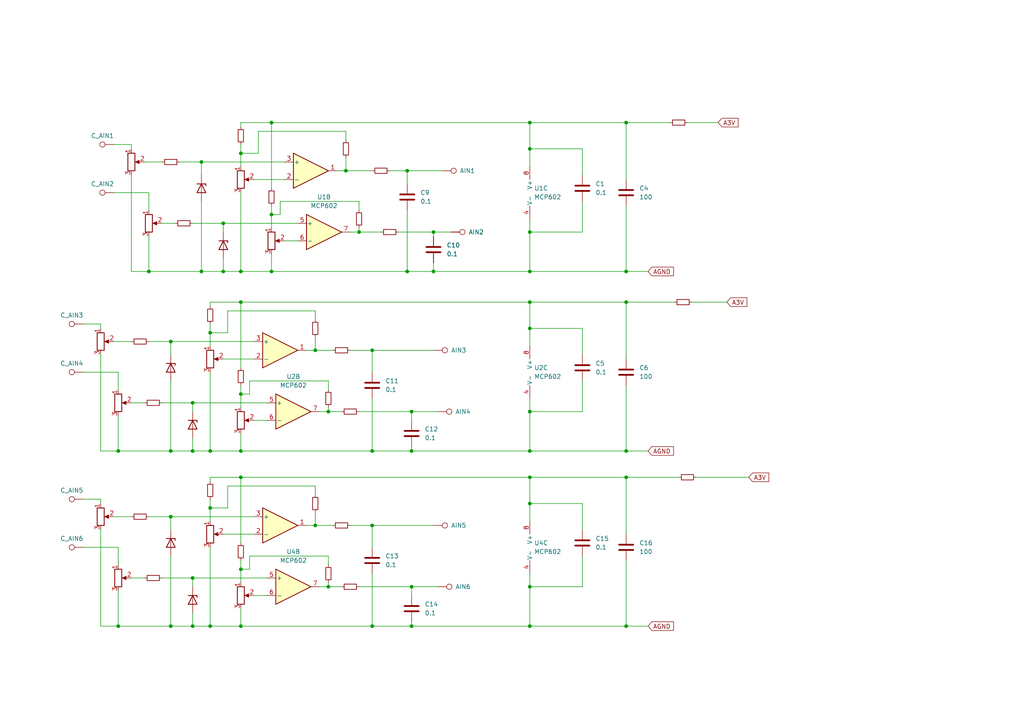
<source format=kicad_sch>
(kicad_sch (version 20250114) (generator "eeschema") (generator_version "9.0")
  (paper "A4")
  (lib_symbols
    (symbol "Amplifier_Operational:MCP602" (pin_names (offset 0.127))
      (property "Reference" "U" (at 0 5.08 0))
      (property "Value" "MCP602" (at 0 -5.08 0))
      (symbol "MCP602_1_1"
        (polyline (pts (xy -5.08 5.08) (xy 5.08 0) (xy -5.08 -5.08) (xy -5.08 5.08)) (stroke (width 0.254)) (fill (type background)))
        (pin input line (at -7.62 2.54 0) (length 2.54) (name "+") (number "3"))
        (pin input line (at -7.62 -2.54 0) (length 2.54) (name "-") (number "2"))
        (pin output line (at 7.62 0 180) (length 2.54) (name "~") (number "1"))
      )
      (symbol "MCP602_2_1"
        (polyline (pts (xy -5.08 5.08) (xy 5.08 0) (xy -5.08 -5.08) (xy -5.08 5.08)) (stroke (width 0.254)) (fill (type background)))
        (pin input line (at -7.62 2.54 0) (length 2.54) (name "+") (number "5"))
        (pin input line (at -7.62 -2.54 0) (length 2.54) (name "-") (number "6"))
        (pin output line (at 7.62 0 180) (length 2.54) (name "~") (number "7"))
      )
      (symbol "MCP602_3_1"
        (pin power_in line (at -2.54 7.62 270) (length 3.81) (name "V+") (number "8"))
        (pin power_in line (at -2.54 -7.62 90) (length 3.81) (name "V-") (number "4"))
      )
    )
    (symbol "Connector:TestPoint" (pin_numbers (hide yes)) (pin_names (offset 0.762) (hide yes))
      (property "Reference" "TP" (at 0 6.858 0))
      (property "Value" "TestPoint" (at 0 5.08 0))
      (symbol "TestPoint_0_1"
        (circle (center 0 3.302) (radius 0.762))
      )
      (symbol "TestPoint_1_1"
        (pin passive line (at 0 0 90) (length 2.54) (name "1") (number "1"))
      )
    )
    (symbol "Device:C" (pin_numbers (hide yes)) (pin_names (offset 0.254))
      (property "Reference" "C" (at 0.635 2.54 0))
      (property "Value" "C" (at 0.635 -2.54 0))
      (symbol "C_0_1"
        (polyline (pts (xy -2.032 0.762) (xy 2.032 0.762)) (stroke (width 0.508)))
        (polyline (pts (xy -2.032 -0.762) (xy 2.032 -0.762)) (stroke (width 0.508)))
      )
      (symbol "C_1_1"
        (pin passive line (at 0 3.81 270) (length 2.794) (name "~") (number "1"))
        (pin passive line (at 0 -3.81 90) (length 2.794) (name "~") (number "2"))
      )
    )
    (symbol "Device:D_Zener" (pin_numbers (hide yes)) (pin_names (offset 1.016) (hide yes))
      (property "Reference" "D" (at 0 2.54 0))
      (property "Value" "D_Zener" (at 0 -2.54 0))
      (symbol "D_Zener_0_1"
        (polyline (pts (xy -1.27 -1.27) (xy -1.27 1.27) (xy -0.762 1.27)) (stroke (width 0.254)))
        (polyline (pts (xy 1.27 0) (xy -1.27 0)))
        (polyline (pts (xy 1.27 -1.27) (xy 1.27 1.27) (xy -1.27 0) (xy 1.27 -1.27)) (stroke (width 0.254)))
      )
      (symbol "D_Zener_1_1"
        (pin passive line (at -3.81 0 0) (length 2.54) (name "K") (number "1"))
        (pin passive line (at 3.81 0 180) (length 2.54) (name "A") (number "2"))
      )
    )
    (symbol "Device:R_Potentiometer" (pin_names (offset 1.016) (hide yes))
      (property "Reference" "RV" (at -4.445 0 90))
      (property "Value" "R_Potentiometer" (at -2.54 0 90))
      (symbol "R_Potentiometer_0_1"
        (rectangle (start 1.016 2.54) (end -1.016 -2.54) (stroke (width 0.254)))
        (polyline (pts (xy 1.143 0) (xy 2.286 0.508) (xy 2.286 -0.508) (xy 1.143 0)) (fill (type outline)))
        (polyline (pts (xy 2.54 0) (xy 1.524 0)))
      )
      (symbol "R_Potentiometer_1_1"
        (pin passive line (at 0 3.81 270) (length 1.27) (name "1") (number "1"))
        (pin passive line (at 0 -3.81 90) (length 1.27) (name "3") (number "3"))
        (pin passive line (at 3.81 0 180) (length 1.27) (name "2") (number "2"))
      )
    )
    (symbol "Device:R_Small" (pin_numbers (hide yes)) (pin_names (offset 0.254) (hide yes))
      (property "Reference" "R" (at 0 0 90))
      (property "Value" "R_Small" (at 1.778 0 90))
      (symbol "R_Small_0_1"
        (rectangle (start -0.762 1.778) (end 0.762 -1.778) (stroke (width 0.2032)))
      )
      (symbol "R_Small_1_1"
        (pin passive line (at 0 2.54 270) (length 0.762) (name "~") (number "1"))
        (pin passive line (at 0 -2.54 90) (length 0.762) (name "~") (number "2"))
      )
    )
  )
  (junction (at 104.14 67.31))
  (junction (at 153.67 67.31))
  (junction (at 95.25 119.38))
  (junction (at 107.95 130.81))
  (junction (at 43.18 78.74))
  (junction (at 78.74 62.23))
  (junction (at 91.44 101.6))
  (junction (at 69.85 165.1))
  (junction (at 153.67 95.25))
  (junction (at 125.73 78.74))
  (junction (at 125.73 67.31))
  (junction (at 153.67 78.74))
  (junction (at 181.61 35.56))
  (junction (at 153.67 130.81))
  (junction (at 49.53 181.61))
  (junction (at 153.67 146.05))
  (junction (at 69.85 130.81))
  (junction (at 55.88 130.81))
  (junction (at 34.29 181.61))
  (junction (at 181.61 130.81))
  (junction (at 55.88 181.61))
  (junction (at 181.61 78.74))
  (junction (at 64.77 78.74))
  (junction (at 107.95 101.6))
  (junction (at 118.11 49.53))
  (junction (at 55.88 167.64))
  (junction (at 181.61 87.63))
  (junction (at 69.85 44.45))
  (junction (at 91.44 152.4))
  (junction (at 69.85 78.74))
  (junction (at 60.96 181.61))
  (junction (at 60.96 130.81))
  (junction (at 95.25 170.18))
  (junction (at 58.42 78.74))
  (junction (at 153.67 181.61))
  (junction (at 153.67 43.18))
  (junction (at 153.67 119.38))
  (junction (at 60.96 96.52))
  (junction (at 55.88 116.84))
  (junction (at 49.53 99.06))
  (junction (at 34.29 130.81))
  (junction (at 119.38 181.61))
  (junction (at 100.33 49.53))
  (junction (at 69.85 87.63))
  (junction (at 181.61 181.61))
  (junction (at 153.67 35.56))
  (junction (at 107.95 152.4))
  (junction (at 119.38 130.81))
  (junction (at 118.11 78.74))
  (junction (at 58.42 46.99))
  (junction (at 60.96 147.32))
  (junction (at 64.77 64.77))
  (junction (at 78.74 35.56))
  (junction (at 69.85 138.43))
  (junction (at 119.38 119.38))
  (junction (at 49.53 149.86))
  (junction (at 69.85 114.3))
  (junction (at 153.67 170.18))
  (junction (at 49.53 130.81))
  (junction (at 119.38 170.18))
  (junction (at 153.67 138.43))
  (junction (at 107.95 181.61))
  (junction (at 69.85 181.61))
  (junction (at 181.61 138.43))
  (junction (at 153.67 87.63))
  (junction (at 78.74 78.74))
  (wire (pts (xy 153.67 35.56) (xy 153.67 43.18)))
  (wire (pts (xy 64.77 74.93) (xy 64.77 78.74)))
  (wire (pts (xy 33.02 149.86) (xy 38.1 149.86)))
  (wire (pts (xy 168.91 102.87) (xy 168.91 95.25)))
  (wire (pts (xy 119.38 130.81) (xy 107.95 130.81)))
  (wire (pts (xy 95.25 118.11) (xy 95.25 119.38)))
  (wire (pts (xy 104.14 67.31) (xy 101.6 67.31)))
  (wire (pts (xy 60.96 144.78) (xy 60.96 147.32)))
  (wire (pts (xy 104.14 58.42) (xy 81.28 58.42)))
  (wire (pts (xy 29.21 102.87) (xy 29.21 130.81)))
  (wire (pts (xy 91.44 92.71) (xy 91.44 90.17)))
  (wire (pts (xy 43.18 78.74) (xy 58.42 78.74)))
  (wire (pts (xy 153.67 170.18) (xy 153.67 181.61)))
  (wire (pts (xy 69.85 87.63) (xy 153.67 87.63)))
  (wire (pts (xy 181.61 59.69) (xy 181.61 78.74)))
  (wire (pts (xy 55.88 116.84) (xy 77.47 116.84)))
  (wire (pts (xy 81.28 58.42) (xy 81.28 62.23)))
  (wire (pts (xy 60.96 158.75) (xy 60.96 181.61)))
  (wire (pts (xy 73.66 121.92) (xy 77.47 121.92)))
  (wire (pts (xy 69.85 114.3) (xy 69.85 118.11)))
  (wire (pts (xy 64.77 104.14) (xy 73.66 104.14)))
  (wire (pts (xy 78.74 35.56) (xy 78.74 54.61)))
  (wire (pts (xy 91.44 90.17) (xy 66.04 90.17)))
  (wire (pts (xy 95.25 161.29) (xy 72.39 161.29)))
  (wire (pts (xy 153.67 166.37) (xy 153.67 170.18)))
  (wire (pts (xy 78.74 35.56) (xy 153.67 35.56)))
  (wire (pts (xy 168.91 161.29) (xy 168.91 170.18)))
  (wire (pts (xy 91.44 101.6) (xy 96.52 101.6)))
  (wire (pts (xy 55.88 167.64) (xy 55.88 170.18)))
  (wire (pts (xy 58.42 46.99) (xy 58.42 50.8)))
  (wire (pts (xy 187.96 78.74) (xy 181.61 78.74)))
  (wire (pts (xy 64.77 154.94) (xy 73.66 154.94)))
  (wire (pts (xy 153.67 78.74) (xy 125.73 78.74)))
  (wire (pts (xy 181.61 130.81) (xy 153.67 130.81)))
  (wire (pts (xy 55.88 127) (xy 55.88 130.81)))
  (wire (pts (xy 119.38 129.54) (xy 119.38 130.81)))
  (wire (pts (xy 49.53 149.86) (xy 73.66 149.86)))
  (wire (pts (xy 104.14 119.38) (xy 119.38 119.38)))
  (wire (pts (xy 118.11 49.53) (xy 128.27 49.53)))
  (wire (pts (xy 60.96 147.32) (xy 60.96 151.13)))
  (wire (pts (xy 125.73 67.31) (xy 125.73 68.58)))
  (wire (pts (xy 60.96 87.63) (xy 69.85 87.63)))
  (wire (pts (xy 181.61 35.56) (xy 181.61 52.07)))
  (wire (pts (xy 153.67 43.18) (xy 153.67 48.26)))
  (wire (pts (xy 119.38 170.18) (xy 119.38 172.72)))
  (wire (pts (xy 49.53 149.86) (xy 49.53 153.67)))
  (wire (pts (xy 125.73 78.74) (xy 118.11 78.74)))
  (wire (pts (xy 43.18 149.86) (xy 49.53 149.86)))
  (wire (pts (xy 69.85 165.1) (xy 69.85 168.91)))
  (wire (pts (xy 91.44 143.51) (xy 91.44 140.97)))
  (wire (pts (xy 201.93 138.43) (xy 217.17 138.43)))
  (wire (pts (xy 95.25 168.91) (xy 95.25 170.18)))
  (wire (pts (xy 46.99 167.64) (xy 55.88 167.64)))
  (wire (pts (xy 153.67 87.63) (xy 181.61 87.63)))
  (wire (pts (xy 107.95 166.37) (xy 107.95 181.61)))
  (wire (pts (xy 58.42 58.42) (xy 58.42 78.74)))
  (wire (pts (xy 64.77 64.77) (xy 64.77 67.31)))
  (wire (pts (xy 88.9 152.4) (xy 91.44 152.4)))
  (wire (pts (xy 49.53 181.61) (xy 55.88 181.61)))
  (wire (pts (xy 66.04 90.17) (xy 66.04 96.52)))
  (wire (pts (xy 34.29 107.95) (xy 34.29 113.03)))
  (wire (pts (xy 153.67 95.25) (xy 168.91 95.25)))
  (wire (pts (xy 46.99 116.84) (xy 55.88 116.84)))
  (wire (pts (xy 69.85 138.43) (xy 69.85 157.48)))
  (wire (pts (xy 24.13 158.75) (xy 34.29 158.75)))
  (wire (pts (xy 69.85 138.43) (xy 153.67 138.43)))
  (wire (pts (xy 38.1 78.74) (xy 43.18 78.74)))
  (wire (pts (xy 91.44 148.59) (xy 91.44 152.4)))
  (wire (pts (xy 100.33 40.64) (xy 100.33 38.1)))
  (wire (pts (xy 29.21 130.81) (xy 34.29 130.81)))
  (wire (pts (xy 181.61 181.61) (xy 153.67 181.61)))
  (wire (pts (xy 104.14 67.31) (xy 110.49 67.31)))
  (wire (pts (xy 107.95 181.61) (xy 69.85 181.61)))
  (wire (pts (xy 55.88 116.84) (xy 55.88 119.38)))
  (wire (pts (xy 60.96 96.52) (xy 66.04 96.52)))
  (wire (pts (xy 107.95 101.6) (xy 125.73 101.6)))
  (wire (pts (xy 119.38 181.61) (xy 107.95 181.61)))
  (wire (pts (xy 153.67 63.5) (xy 153.67 67.31)))
  (wire (pts (xy 181.61 87.63) (xy 195.58 87.63)))
  (wire (pts (xy 113.03 49.53) (xy 118.11 49.53)))
  (wire (pts (xy 24.13 107.95) (xy 34.29 107.95)))
  (wire (pts (xy 66.04 140.97) (xy 66.04 147.32)))
  (wire (pts (xy 181.61 35.56) (xy 194.31 35.56)))
  (wire (pts (xy 69.85 114.3) (xy 72.39 114.3)))
  (wire (pts (xy 49.53 130.81) (xy 55.88 130.81)))
  (wire (pts (xy 187.96 181.61) (xy 181.61 181.61)))
  (wire (pts (xy 153.67 87.63) (xy 153.67 95.25)))
  (wire (pts (xy 38.1 167.64) (xy 41.91 167.64)))
  (wire (pts (xy 58.42 46.99) (xy 82.55 46.99)))
  (wire (pts (xy 95.25 170.18) (xy 92.71 170.18)))
  (wire (pts (xy 95.25 170.18) (xy 99.06 170.18)))
  (wire (pts (xy 181.61 138.43) (xy 181.61 154.94)))
  (wire (pts (xy 55.88 181.61) (xy 60.96 181.61)))
  (wire (pts (xy 153.67 138.43) (xy 181.61 138.43)))
  (wire (pts (xy 49.53 99.06) (xy 73.66 99.06)))
  (wire (pts (xy 200.66 87.63) (xy 210.82 87.63)))
  (wire (pts (xy 95.25 119.38) (xy 99.06 119.38)))
  (wire (pts (xy 38.1 41.91) (xy 38.1 43.18)))
  (wire (pts (xy 38.1 116.84) (xy 41.91 116.84)))
  (wire (pts (xy 104.14 66.04) (xy 104.14 67.31)))
  (wire (pts (xy 95.25 163.83) (xy 95.25 161.29)))
  (wire (pts (xy 153.67 119.38) (xy 168.91 119.38)))
  (wire (pts (xy 55.88 177.8) (xy 55.88 181.61)))
  (wire (pts (xy 119.38 170.18) (xy 127 170.18)))
  (wire (pts (xy 153.67 181.61) (xy 119.38 181.61)))
  (wire (pts (xy 91.44 152.4) (xy 96.52 152.4)))
  (wire (pts (xy 107.95 107.95) (xy 107.95 101.6)))
  (wire (pts (xy 78.74 78.74) (xy 69.85 78.74)))
  (wire (pts (xy 33.02 99.06) (xy 38.1 99.06)))
  (wire (pts (xy 104.14 60.96) (xy 104.14 58.42)))
  (wire (pts (xy 46.99 64.77) (xy 50.8 64.77)))
  (wire (pts (xy 49.53 110.49) (xy 49.53 130.81)))
  (wire (pts (xy 153.67 170.18) (xy 168.91 170.18)))
  (wire (pts (xy 69.85 176.53) (xy 69.85 181.61)))
  (wire (pts (xy 29.21 93.98) (xy 29.21 95.25)))
  (wire (pts (xy 78.74 73.66) (xy 78.74 78.74)))
  (wire (pts (xy 29.21 93.98) (xy 24.13 93.98)))
  (wire (pts (xy 107.95 130.81) (xy 69.85 130.81)))
  (wire (pts (xy 60.96 138.43) (xy 69.85 138.43)))
  (wire (pts (xy 69.85 44.45) (xy 69.85 48.26)))
  (wire (pts (xy 153.67 35.56) (xy 181.61 35.56)))
  (wire (pts (xy 72.39 110.49) (xy 72.39 114.3)))
  (wire (pts (xy 181.61 138.43) (xy 196.85 138.43)))
  (wire (pts (xy 95.25 113.03) (xy 95.25 110.49)))
  (wire (pts (xy 60.96 107.95) (xy 60.96 130.81)))
  (wire (pts (xy 69.85 181.61) (xy 60.96 181.61)))
  (wire (pts (xy 119.38 119.38) (xy 127 119.38)))
  (wire (pts (xy 69.85 55.88) (xy 69.85 78.74)))
  (wire (pts (xy 78.74 62.23) (xy 81.28 62.23)))
  (wire (pts (xy 153.67 67.31) (xy 153.67 78.74)))
  (wire (pts (xy 115.57 67.31) (xy 125.73 67.31)))
  (wire (pts (xy 43.18 55.88) (xy 43.18 60.96)))
  (wire (pts (xy 118.11 49.53) (xy 118.11 53.34)))
  (wire (pts (xy 107.95 115.57) (xy 107.95 130.81)))
  (wire (pts (xy 153.67 67.31) (xy 168.91 67.31)))
  (wire (pts (xy 69.85 44.45) (xy 74.93 44.45)))
  (wire (pts (xy 55.88 167.64) (xy 77.47 167.64)))
  (wire (pts (xy 153.67 43.18) (xy 168.91 43.18)))
  (wire (pts (xy 43.18 68.58) (xy 43.18 78.74)))
  (wire (pts (xy 95.25 119.38) (xy 92.71 119.38)))
  (wire (pts (xy 73.66 52.07) (xy 82.55 52.07)))
  (wire (pts (xy 34.29 181.61) (xy 49.53 181.61)))
  (wire (pts (xy 29.21 144.78) (xy 24.13 144.78)))
  (wire (pts (xy 153.67 95.25) (xy 153.67 100.33)))
  (wire (pts (xy 34.29 120.65) (xy 34.29 130.81)))
  (wire (pts (xy 95.25 110.49) (xy 72.39 110.49)))
  (wire (pts (xy 43.18 99.06) (xy 49.53 99.06)))
  (wire (pts (xy 78.74 59.69) (xy 78.74 62.23)))
  (wire (pts (xy 199.39 35.56) (xy 208.28 35.56)))
  (wire (pts (xy 55.88 130.81) (xy 60.96 130.81)))
  (wire (pts (xy 153.67 130.81) (xy 119.38 130.81)))
  (wire (pts (xy 69.85 87.63) (xy 69.85 106.68)))
  (wire (pts (xy 41.91 46.99) (xy 46.99 46.99)))
  (wire (pts (xy 125.73 67.31) (xy 130.81 67.31)))
  (wire (pts (xy 64.77 64.77) (xy 86.36 64.77)))
  (wire (pts (xy 78.74 62.23) (xy 78.74 66.04)))
  (wire (pts (xy 104.14 170.18) (xy 119.38 170.18)))
  (wire (pts (xy 153.67 146.05) (xy 153.67 151.13)))
  (wire (pts (xy 69.85 162.56) (xy 69.85 165.1)))
  (wire (pts (xy 72.39 161.29) (xy 72.39 165.1)))
  (wire (pts (xy 153.67 115.57) (xy 153.67 119.38)))
  (wire (pts (xy 107.95 152.4) (xy 125.73 152.4)))
  (wire (pts (xy 69.85 41.91) (xy 69.85 44.45)))
  (wire (pts (xy 29.21 144.78) (xy 29.21 146.05)))
  (wire (pts (xy 168.91 58.42) (xy 168.91 67.31)))
  (wire (pts (xy 69.85 130.81) (xy 60.96 130.81)))
  (wire (pts (xy 101.6 101.6) (xy 107.95 101.6)))
  (wire (pts (xy 38.1 41.91) (xy 33.02 41.91)))
  (wire (pts (xy 69.85 125.73) (xy 69.85 130.81)))
  (wire (pts (xy 168.91 50.8) (xy 168.91 43.18)))
  (wire (pts (xy 69.85 111.76) (xy 69.85 114.3)))
  (wire (pts (xy 52.07 46.99) (xy 58.42 46.99)))
  (wire (pts (xy 153.67 146.05) (xy 168.91 146.05)))
  (wire (pts (xy 29.21 181.61) (xy 34.29 181.61)))
  (wire (pts (xy 100.33 38.1) (xy 74.93 38.1)))
  (wire (pts (xy 74.93 38.1) (xy 74.93 44.45)))
  (wire (pts (xy 69.85 35.56) (xy 78.74 35.56)))
  (wire (pts (xy 34.29 130.81) (xy 49.53 130.81)))
  (wire (pts (xy 168.91 153.67) (xy 168.91 146.05)))
  (wire (pts (xy 69.85 165.1) (xy 72.39 165.1)))
  (wire (pts (xy 29.21 153.67) (xy 29.21 181.61)))
  (wire (pts (xy 181.61 162.56) (xy 181.61 181.61)))
  (wire (pts (xy 100.33 49.53) (xy 107.95 49.53)))
  (wire (pts (xy 153.67 138.43) (xy 153.67 146.05)))
  (wire (pts (xy 60.96 96.52) (xy 60.96 100.33)))
  (wire (pts (xy 60.96 147.32) (xy 66.04 147.32)))
  (wire (pts (xy 181.61 78.74) (xy 153.67 78.74)))
  (wire (pts (xy 107.95 158.75) (xy 107.95 152.4)))
  (wire (pts (xy 49.53 99.06) (xy 49.53 102.87)))
  (wire (pts (xy 60.96 87.63) (xy 60.96 88.9)))
  (wire (pts (xy 118.11 60.96) (xy 118.11 78.74)))
  (wire (pts (xy 100.33 45.72) (xy 100.33 49.53)))
  (wire (pts (xy 69.85 35.56) (xy 69.85 36.83)))
  (wire (pts (xy 187.96 130.81) (xy 181.61 130.81)))
  (wire (pts (xy 82.55 69.85) (xy 86.36 69.85)))
  (wire (pts (xy 97.79 49.53) (xy 100.33 49.53)))
  (wire (pts (xy 119.38 180.34) (xy 119.38 181.61)))
  (wire (pts (xy 73.66 172.72) (xy 77.47 172.72)))
  (wire (pts (xy 33.02 55.88) (xy 43.18 55.88)))
  (wire (pts (xy 91.44 97.79) (xy 91.44 101.6)))
  (wire (pts (xy 181.61 111.76) (xy 181.61 130.81)))
  (wire (pts (xy 101.6 152.4) (xy 107.95 152.4)))
  (wire (pts (xy 49.53 161.29) (xy 49.53 181.61)))
  (wire (pts (xy 168.91 110.49) (xy 168.91 119.38)))
  (wire (pts (xy 91.44 140.97) (xy 66.04 140.97)))
  (wire (pts (xy 119.38 119.38) (xy 119.38 121.92)))
  (wire (pts (xy 38.1 50.8) (xy 38.1 78.74)))
  (wire (pts (xy 64.77 78.74) (xy 69.85 78.74)))
  (wire (pts (xy 60.96 138.43) (xy 60.96 139.7)))
  (wire (pts (xy 153.67 119.38) (xy 153.67 130.81)))
  (wire (pts (xy 125.73 76.2) (xy 125.73 78.74)))
  (wire (pts (xy 58.42 78.74) (xy 64.77 78.74)))
  (wire (pts (xy 34.29 158.75) (xy 34.29 163.83)))
  (wire (pts (xy 88.9 101.6) (xy 91.44 101.6)))
  (wire (pts (xy 60.96 93.98) (xy 60.96 96.52)))
  (wire (pts (xy 34.29 171.45) (xy 34.29 181.61)))
  (wire (pts (xy 181.61 87.63) (xy 181.61 104.14)))
  (wire (pts (xy 55.88 64.77) (xy 64.77 64.77)))
  (wire (pts (xy 118.11 78.74) (xy 78.74 78.74)))
  (global_label "AGND" (shape input) (at 187.96 78.74 0) (property "Intersheetrefs" "${INTERSHEET_REFS}" (effects (hide yes))))
  (global_label "AGND" (shape input) (at 187.96 130.81 0) (property "Intersheetrefs" "${INTERSHEET_REFS}" (effects (hide yes))))
  (global_label "AGND" (shape input) (at 187.96 181.61 0) (property "Intersheetrefs" "${INTERSHEET_REFS}" (effects (hide yes))))
  (global_label "A3V" (shape input) (at 208.28 35.56 0) (property "Intersheetrefs" "${INTERSHEET_REFS}" (effects (hide yes))))
  (global_label "A3V" (shape input) (at 210.82 87.63 0) (property "Intersheetrefs" "${INTERSHEET_REFS}" (effects (hide yes))))
  (global_label "A3V" (shape input) (at 217.17 138.43 0) (property "Intersheetrefs" "${INTERSHEET_REFS}" (effects (hide yes))))
  (symbol (lib_id "Device:R_Small") (at 40.64 149.86 90) (unit 1)
    (property "Reference" "R52" (effects (hide yes)))
    (property "Value" "R_Small" (effects (hide yes)))
    (property "Footprint" "Resistor_SMD:R_1206_3216Metric_Pad1.30x1.75mm_HandSolder" (effects (hide yes)))
    (property "Description" "Resistor, small symbol" (effects (hide yes)))
  )
  (symbol (lib_id "Amplifier_Operational:MCP602") (at 81.28 152.4 0) (unit 1)
    (property "Reference" "U4" (effects (hide yes)))
    (property "Value" "MCP602" (effects (hide yes)))
    (property "Footprint" "Package_SO:SOIC-8_3.9x4.9mm_P1.27mm" (effects (hide yes)))
    (property "Datasheet" "http://ww1.microchip.com/downloads/en/DeviceDoc/21314g.pdf" (effects (hide yes)))
    (property "Description" "Dual 2.7V to 6.0V Single Supply CMOS Op Amps, DIP-8/SOIC-8/TSSOP-8" (effects (hide yes)))
  )
  (symbol (lib_id "Device:D_Zener") (at 64.77 71.12 270) (unit 1)
    (property "Reference" "D3" (effects (hide yes)))
    (property "Value" "D_Zener" (effects (hide yes)))
    (property "Footprint" "Diode_SMD:D_SOD-123" (effects (hide yes)))
    (property "Description" "Zener diode" (effects (hide yes)))
  )
  (symbol (lib_id "Connector:TestPoint") (at 127 170.18 270) (unit 1)
    (property "Reference" "AIN6" (at 132.08 170.1799 90) (effects (justify left)))
    (property "Value" "TestPoint" (effects (hide yes)))
    (property "Footprint" "TestPoint:TestPoint_Pad_2.0x2.0mm" (effects (hide yes)))
    (property "Description" "test point" (effects (hide yes)))
  )
  (symbol (lib_id "Device:R_Small") (at 44.45 116.84 90) (unit 1)
    (property "Reference" "R51" (effects (hide yes)))
    (property "Value" "R_Small" (effects (hide yes)))
    (property "Footprint" "Resistor_SMD:R_1206_3216Metric_Pad1.30x1.75mm_HandSolder" (effects (hide yes)))
    (property "Description" "Resistor, small symbol" (effects (hide yes)))
  )
  (symbol (lib_id "Device:R_Small") (at 198.12 87.63 90) (unit 1)
    (property "Reference" "J19" (effects (hide yes)))
    (property "Value" "R_Small" (effects (hide yes)))
    (property "Footprint" "Resistor_SMD:R_1206_3216Metric_Pad1.30x1.75mm_HandSolder" (effects (hide yes)))
    (property "Description" "Resistor, small symbol" (effects (hide yes)))
  )
  (symbol (lib_id "Device:R_Potentiometer") (at 34.29 116.84 0) (unit 1)
    (property "Reference" "RV7" (effects (hide yes)))
    (property "Value" "R_Potentiometer" (effects (hide yes)))
    (property "Footprint" "Potentiometer_SMD:Potentiometer_Bourns_TC33X_Vertical" (effects (hide yes)))
    (property "Description" "Potentiometer" (effects (hide yes)))
  )
  (symbol (lib_id "Connector:TestPoint") (at 33.02 41.91 90) (unit 1)
    (property "Reference" "C_AIN1" (at 29.718 39.37 90))
    (property "Value" "TestPoint" (effects (hide yes)))
    (property "Footprint" "TestPoint:TestPoint_Pad_D2.0mm" (effects (hide yes)))
    (property "Description" "test point" (effects (hide yes)))
  )
  (symbol (lib_id "Device:R_Small") (at 91.44 146.05 0) (unit 1)
    (property "Reference" "J13" (effects (hide yes)))
    (property "Value" "R_Small" (effects (hide yes)))
    (property "Footprint" "Resistor_SMD:R_1206_3216Metric_Pad1.30x1.75mm_HandSolder" (effects (hide yes)))
    (property "Description" "Resistor, small symbol" (effects (hide yes)))
  )
  (symbol (lib_id "Device:R_Small") (at 104.14 63.5 0) (unit 1)
    (property "Reference" "J4" (effects (hide yes)))
    (property "Value" "R_Small" (effects (hide yes)))
    (property "Footprint" "Resistor_SMD:R_1206_3216Metric_Pad1.30x1.75mm_HandSolder" (effects (hide yes)))
    (property "Description" "Resistor, small symbol" (effects (hide yes)))
  )
  (symbol (lib_id "Device:C") (at 181.61 158.75 0) (unit 1)
    (property "Reference" "C16" (at 185.42 157.4799 0) (effects (justify left)))
    (property "Value" "100" (at 185.42 160.0199 0) (effects (justify left)))
    (property "Footprint" "Capacitor_SMD:C_1206_3216Metric" (effects (hide yes)))
    (property "Description" "Unpolarized capacitor" (effects (hide yes)))
  )
  (symbol (lib_id "Device:C") (at 119.38 176.53 0) (unit 1)
    (property "Reference" "C14" (at 123.19 175.2599 0) (effects (justify left)))
    (property "Value" "0.1" (at 123.19 177.7999 0) (effects (justify left)))
    (property "Footprint" "Capacitor_SMD:C_1206_3216Metric" (effects (hide yes)))
    (property "Description" "Unpolarized capacitor" (effects (hide yes)))
  )
  (symbol (lib_id "Connector:TestPoint") (at 125.73 101.6 270) (unit 1)
    (property "Reference" "AIN3" (at 130.81 101.5999 90) (effects (justify left)))
    (property "Value" "TestPoint" (effects (hide yes)))
    (property "Footprint" "TestPoint:TestPoint_Pad_2.0x2.0mm" (effects (hide yes)))
    (property "Description" "test point" (effects (hide yes)))
  )
  (symbol (lib_id "Device:D_Zener") (at 55.88 173.99 270) (unit 1)
    (property "Reference" "D12" (effects (hide yes)))
    (property "Value" "D_Zener" (effects (hide yes)))
    (property "Footprint" "Diode_SMD:D_SOD-123" (effects (hide yes)))
    (property "Description" "Zener diode" (effects (hide yes)))
  )
  (symbol (lib_id "Device:R_Small") (at 99.06 101.6 90) (unit 1)
    (property "Reference" "J9" (effects (hide yes)))
    (property "Value" "R_Small" (effects (hide yes)))
    (property "Footprint" "Resistor_SMD:R_1206_3216Metric_Pad1.30x1.75mm_HandSolder" (effects (hide yes)))
    (property "Description" "Resistor, small symbol" (effects (hide yes)))
  )
  (symbol (lib_id "Device:C") (at 181.61 55.88 0) (unit 1)
    (property "Reference" "C4" (at 185.42 54.6099 0) (effects (justify left)))
    (property "Value" "100" (at 185.42 57.1499 0) (effects (justify left)))
    (property "Footprint" "Capacitor_SMD:C_1206_3216Metric" (effects (hide yes)))
    (property "Description" "Unpolarized capacitor" (effects (hide yes)))
  )
  (symbol (lib_id "Device:R_Small") (at 113.03 67.31 90) (unit 1)
    (property "Reference" "R201" (effects (hide yes)))
    (property "Value" "R_Small" (effects (hide yes)))
    (property "Footprint" "Resistor_SMD:R_1206_3216Metric_Pad1.30x1.75mm_HandSolder" (effects (hide yes)))
    (property "Description" "Resistor, small symbol" (effects (hide yes)))
  )
  (symbol (lib_id "Device:R_Small") (at 199.39 138.43 90) (unit 1)
    (property "Reference" "J20" (effects (hide yes)))
    (property "Value" "R_Small" (effects (hide yes)))
    (property "Footprint" "Resistor_SMD:R_1206_3216Metric_Pad1.30x1.75mm_HandSolder" (effects (hide yes)))
    (property "Description" "Resistor, small symbol" (effects (hide yes)))
  )
  (symbol (lib_id "Device:R_Potentiometer") (at 34.29 167.64 0) (unit 1)
    (property "Reference" "RV10" (effects (hide yes)))
    (property "Value" "R_Potentiometer" (effects (hide yes)))
    (property "Footprint" "Potentiometer_SMD:Potentiometer_Bourns_TC33X_Vertical" (effects (hide yes)))
    (property "Description" "Potentiometer" (effects (hide yes)))
  )
  (symbol (lib_id "Device:R_Small") (at 78.74 57.15 0) (unit 1)
    (property "Reference" "J3" (effects (hide yes)))
    (property "Value" "R_Small" (effects (hide yes)))
    (property "Footprint" "Resistor_SMD:R_1206_3216Metric_Pad1.30x1.75mm_HandSolder" (effects (hide yes)))
    (property "Description" "Resistor, small symbol" (effects (hide yes)))
  )
  (symbol (lib_id "Device:R_Small") (at 69.85 160.02 0) (unit 1)
    (property "Reference" "J12" (effects (hide yes)))
    (property "Value" "R_Small" (effects (hide yes)))
    (property "Footprint" "Resistor_SMD:R_1206_3216Metric_Pad1.30x1.75mm_HandSolder" (effects (hide yes)))
    (property "Description" "Resistor, small symbol" (effects (hide yes)))
  )
  (symbol (lib_id "Device:R_Small") (at 60.96 91.44 0) (unit 1)
    (property "Reference" "J5" (effects (hide yes)))
    (property "Value" "R_Small" (effects (hide yes)))
    (property "Footprint" "Resistor_SMD:R_1206_3216Metric_Pad1.30x1.75mm_HandSolder" (effects (hide yes)))
    (property "Description" "Resistor, small symbol" (effects (hide yes)))
  )
  (symbol (lib_id "Device:R_Small") (at 95.25 115.57 0) (unit 1)
    (property "Reference" "J8" (effects (hide yes)))
    (property "Value" "R_Small" (effects (hide yes)))
    (property "Footprint" "Resistor_SMD:R_1206_3216Metric_Pad1.30x1.75mm_HandSolder" (effects (hide yes)))
    (property "Description" "Resistor, small symbol" (effects (hide yes)))
  )
  (symbol (lib_id "Connector:TestPoint") (at 128.27 49.53 270) (unit 1)
    (property "Reference" "AIN1" (at 133.35 49.5299 90) (effects (justify left)))
    (property "Value" "TestPoint" (effects (hide yes)))
    (property "Footprint" "TestPoint:TestPoint_Pad_2.0x2.0mm" (effects (hide yes)))
    (property "Description" "test point" (effects (hide yes)))
  )
  (symbol (lib_id "Device:R_Potentiometer") (at 69.85 121.92 0) (unit 1)
    (property "Reference" "RV8" (effects (hide yes)))
    (property "Value" "R_Potentiometer" (effects (hide yes)))
    (property "Footprint" "Potentiometer_SMD:Potentiometer_Bourns_TC33X_Vertical" (effects (hide yes)))
    (property "Description" "Potentiometer" (effects (hide yes)))
  )
  (symbol (lib_id "Device:R_Potentiometer") (at 29.21 149.86 0) (unit 1)
    (property "Reference" "RV9" (effects (hide yes)))
    (property "Value" "R_Potentiometer" (effects (hide yes)))
    (property "Footprint" "Potentiometer_SMD:Potentiometer_Bourns_TC33X_Vertical" (effects (hide yes)))
    (property "Description" "Potentiometer" (effects (hide yes)))
  )
  (symbol (lib_id "Device:C") (at 125.73 72.39 0) (unit 1)
    (property "Reference" "C10" (at 129.54 71.1199 0) (effects (justify left)))
    (property "Value" "0.1" (at 129.54 73.6599 0) (effects (justify left)))
    (property "Footprint" "Capacitor_SMD:C_1206_3216Metric" (effects (hide yes)))
    (property "Description" "Unpolarized capacitor" (effects (hide yes)))
  )
  (symbol (lib_id "Device:R_Potentiometer") (at 78.74 69.85 0) (unit 1)
    (property "Reference" "RV6" (effects (hide yes)))
    (property "Value" "R_Potentiometer" (effects (hide yes)))
    (property "Footprint" "Potentiometer_SMD:Potentiometer_Bourns_TC33X_Vertical" (effects (hide yes)))
    (property "Description" "Potentiometer" (effects (hide yes)))
  )
  (symbol (lib_id "Device:R_Small") (at 44.45 167.64 90) (unit 1)
    (property "Reference" "R53" (effects (hide yes)))
    (property "Value" "R_Small" (effects (hide yes)))
    (property "Footprint" "Resistor_SMD:R_1206_3216Metric_Pad1.30x1.75mm_HandSolder" (effects (hide yes)))
    (property "Description" "Resistor, small symbol" (effects (hide yes)))
  )
  (symbol (lib_id "Device:R_Potentiometer") (at 69.85 52.07 0) (unit 1)
    (property "Reference" "RV2" (effects (hide yes)))
    (property "Value" "R_Potentiometer" (effects (hide yes)))
    (property "Footprint" "Potentiometer_SMD:Potentiometer_Bourns_TC33X_Vertical" (effects (hide yes)))
    (property "Description" "Potentiometer" (effects (hide yes)))
  )
  (symbol (lib_id "Amplifier_Operational:MCP602") (at 81.28 101.6 0) (unit 1)
    (property "Reference" "U2" (effects (hide yes)))
    (property "Value" "MCP602" (effects (hide yes)))
    (property "Footprint" "Package_SO:SOIC-8_3.9x4.9mm_P1.27mm" (effects (hide yes)))
    (property "Datasheet" "http://ww1.microchip.com/downloads/en/DeviceDoc/21314g.pdf" (effects (hide yes)))
    (property "Description" "Dual 2.7V to 6.0V Single Supply CMOS Op Amps, DIP-8/SOIC-8/TSSOP-8" (effects (hide yes)))
  )
  (symbol (lib_id "Device:R_Potentiometer") (at 60.96 104.14 0) (unit 1)
    (property "Reference" "RV4" (effects (hide yes)))
    (property "Value" "R_Potentiometer" (effects (hide yes)))
    (property "Footprint" "Potentiometer_SMD:Potentiometer_Bourns_TC33X_Vertical" (effects (hide yes)))
    (property "Description" "Potentiometer" (effects (hide yes)))
  )
  (symbol (lib_id "Device:R_Small") (at 53.34 64.77 90) (unit 1)
    (property "Reference" "R6" (effects (hide yes)))
    (property "Value" "R_Small" (effects (hide yes)))
    (property "Footprint" "Resistor_SMD:R_1206_3216Metric_Pad1.30x1.75mm_HandSolder" (effects (hide yes)))
    (property "Description" "Resistor, small symbol" (effects (hide yes)))
  )
  (symbol (lib_id "Connector:TestPoint") (at 24.13 144.78 90) (unit 1)
    (property "Reference" "C_AIN5" (at 20.828 142.24 90))
    (property "Value" "TestPoint" (effects (hide yes)))
    (property "Footprint" "TestPoint:TestPoint_Pad_D2.0mm" (effects (hide yes)))
    (property "Description" "test point" (effects (hide yes)))
  )
  (symbol (lib_id "Device:R_Small") (at 196.85 35.56 90) (unit 1)
    (property "Reference" "J18" (effects (hide yes)))
    (property "Value" "R_Small" (effects (hide yes)))
    (property "Footprint" "Resistor_SMD:R_1206_3216Metric_Pad1.30x1.75mm_HandSolder" (effects (hide yes)))
    (property "Description" "Resistor, small symbol" (effects (hide yes)))
  )
  (symbol (lib_id "Amplifier_Operational:MCP602") (at 156.21 107.95 0) (unit 3)
    (property "Reference" "U2" (at 154.94 106.6799 0) (effects (justify left)))
    (property "Value" "MCP602" (at 154.94 109.2199 0) (effects (justify left)))
    (property "Footprint" "Package_SO:SOIC-8_3.9x4.9mm_P1.27mm" (effects (hide yes)))
    (property "Datasheet" "http://ww1.microchip.com/downloads/en/DeviceDoc/21314g.pdf" (effects (hide yes)))
    (property "Description" "Dual 2.7V to 6.0V Single Supply CMOS Op Amps, DIP-8/SOIC-8/TSSOP-8" (effects (hide yes)))
  )
  (symbol (lib_id "Amplifier_Operational:MCP602") (at 156.21 158.75 0) (unit 3)
    (property "Reference" "U4" (at 154.94 157.4799 0) (effects (justify left)))
    (property "Value" "MCP602" (at 154.94 160.0199 0) (effects (justify left)))
    (property "Footprint" "Package_SO:SOIC-8_3.9x4.9mm_P1.27mm" (effects (hide yes)))
    (property "Datasheet" "http://ww1.microchip.com/downloads/en/DeviceDoc/21314g.pdf" (effects (hide yes)))
    (property "Description" "Dual 2.7V to 6.0V Single Supply CMOS Op Amps, DIP-8/SOIC-8/TSSOP-8" (effects (hide yes)))
  )
  (symbol (lib_id "Device:R_Small") (at 100.33 43.18 0) (unit 1)
    (property "Reference" "J2" (effects (hide yes)))
    (property "Value" "R_Small" (effects (hide yes)))
    (property "Footprint" "Resistor_SMD:R_1206_3216Metric_Pad1.30x1.75mm_HandSolder" (effects (hide yes)))
    (property "Description" "Resistor, small symbol" (effects (hide yes)))
  )
  (symbol (lib_id "Amplifier_Operational:MCP602") (at 156.21 55.88 0) (unit 3)
    (property "Reference" "U1" (at 154.94 54.6099 0) (effects (justify left)))
    (property "Value" "MCP602" (at 154.94 57.1499 0) (effects (justify left)))
    (property "Footprint" "Package_SO:SOIC-8_3.9x4.9mm_P1.27mm" (effects (hide yes)))
    (property "Datasheet" "http://ww1.microchip.com/downloads/en/DeviceDoc/21314g.pdf" (effects (hide yes)))
    (property "Description" "Dual 2.7V to 6.0V Single Supply CMOS Op Amps, DIP-8/SOIC-8/TSSOP-8" (effects (hide yes)))
  )
  (symbol (lib_id "Device:C") (at 107.95 111.76 0) (unit 1)
    (property "Reference" "C11" (at 111.76 110.4899 0) (effects (justify left)))
    (property "Value" "0.1" (at 111.76 113.0299 0) (effects (justify left)))
    (property "Footprint" "Capacitor_SMD:C_1206_3216Metric" (effects (hide yes)))
    (property "Description" "Unpolarized capacitor" (effects (hide yes)))
  )
  (symbol (lib_id "Device:R_Potentiometer") (at 43.18 64.77 0) (unit 1)
    (property "Reference" "RV5" (effects (hide yes)))
    (property "Value" "R_Potentiometer" (effects (hide yes)))
    (property "Footprint" "Potentiometer_SMD:Potentiometer_Bourns_TC33X_Vertical" (effects (hide yes)))
    (property "Description" "Potentiometer" (effects (hide yes)))
  )
  (symbol (lib_id "Device:C") (at 168.91 106.68 0) (unit 1)
    (property "Reference" "C5" (at 172.72 105.4099 0) (effects (justify left)))
    (property "Value" "0.1" (at 172.72 107.9499 0) (effects (justify left)))
    (property "Footprint" "Capacitor_SMD:C_1206_3216Metric" (effects (hide yes)))
    (property "Description" "Unpolarized capacitor" (effects (hide yes)))
  )
  (symbol (lib_id "Device:R_Small") (at 110.49 49.53 90) (unit 1)
    (property "Reference" "R200" (effects (hide yes)))
    (property "Value" "R_Small" (effects (hide yes)))
    (property "Footprint" "Resistor_SMD:R_1206_3216Metric_Pad1.30x1.75mm_HandSolder" (effects (hide yes)))
    (property "Description" "Resistor, small symbol" (effects (hide yes)))
  )
  (symbol (lib_id "Device:R_Potentiometer") (at 60.96 154.94 0) (unit 1)
    (property "Reference" "RV14" (effects (hide yes)))
    (property "Value" "R_Potentiometer" (effects (hide yes)))
    (property "Footprint" "Potentiometer_SMD:Potentiometer_Bourns_TC33X_Vertical" (effects (hide yes)))
    (property "Description" "Potentiometer" (effects (hide yes)))
  )
  (symbol (lib_id "Connector:TestPoint") (at 130.81 67.31 270) (unit 1)
    (property "Reference" "AIN2" (at 135.89 67.3099 90) (effects (justify left)))
    (property "Value" "TestPoint" (effects (hide yes)))
    (property "Footprint" "TestPoint:TestPoint_Pad_2.0x2.0mm" (effects (hide yes)))
    (property "Description" "test point" (effects (hide yes)))
  )
  (symbol (lib_id "Device:R_Small") (at 101.6 170.18 90) (unit 1)
    (property "Reference" "J16" (effects (hide yes)))
    (property "Value" "R_Small" (effects (hide yes)))
    (property "Footprint" "Resistor_SMD:R_1206_3216Metric_Pad1.30x1.75mm_HandSolder" (effects (hide yes)))
    (property "Description" "Resistor, small symbol" (effects (hide yes)))
  )
  (symbol (lib_id "Device:C") (at 168.91 54.61 0) (unit 1)
    (property "Reference" "C1" (at 172.72 53.3399 0) (effects (justify left)))
    (property "Value" "0.1" (at 172.72 55.8799 0) (effects (justify left)))
    (property "Footprint" "Capacitor_SMD:C_1206_3216Metric" (effects (hide yes)))
    (property "Description" "Unpolarized capacitor" (effects (hide yes)))
  )
  (symbol (lib_id "Device:C") (at 168.91 157.48 0) (unit 1)
    (property "Reference" "C15" (at 172.72 156.2099 0) (effects (justify left)))
    (property "Value" "0.1" (at 172.72 158.7499 0) (effects (justify left)))
    (property "Footprint" "Capacitor_SMD:C_1206_3216Metric" (effects (hide yes)))
    (property "Description" "Unpolarized capacitor" (effects (hide yes)))
  )
  (symbol (lib_id "Device:D_Zener") (at 58.42 54.61 270) (unit 1)
    (property "Reference" "D2" (effects (hide yes)))
    (property "Value" "D_Zener" (effects (hide yes)))
    (property "Footprint" "Diode_SMD:D_SOD-123" (effects (hide yes)))
    (property "Description" "Zener diode" (effects (hide yes)))
  )
  (symbol (lib_id "Device:D_Zener") (at 49.53 157.48 270) (unit 1)
    (property "Reference" "D11" (effects (hide yes)))
    (property "Value" "D_Zener" (effects (hide yes)))
    (property "Footprint" "Diode_SMD:D_SOD-123" (effects (hide yes)))
    (property "Description" "Zener diode" (effects (hide yes)))
  )
  (symbol (lib_id "Device:C") (at 107.95 162.56 0) (unit 1)
    (property "Reference" "C13" (at 111.76 161.2899 0) (effects (justify left)))
    (property "Value" "0.1" (at 111.76 163.8299 0) (effects (justify left)))
    (property "Footprint" "Capacitor_SMD:C_1206_3216Metric" (effects (hide yes)))
    (property "Description" "Unpolarized capacitor" (effects (hide yes)))
  )
  (symbol (lib_id "Device:R_Potentiometer") (at 38.1 46.99 0) (unit 1)
    (property "Reference" "RV1" (effects (hide yes)))
    (property "Value" "R_Potentiometer" (effects (hide yes)))
    (property "Footprint" "Potentiometer_SMD:Potentiometer_Bourns_TC33X_Vertical" (effects (hide yes)))
    (property "Description" "Potentiometer" (effects (hide yes)))
  )
  (symbol (lib_id "Device:R_Potentiometer") (at 29.21 99.06 0) (unit 1)
    (property "Reference" "RV3" (effects (hide yes)))
    (property "Value" "R_Potentiometer" (effects (hide yes)))
    (property "Footprint" "Potentiometer_SMD:Potentiometer_Bourns_TC33X_Vertical" (effects (hide yes)))
    (property "Description" "Potentiometer" (effects (hide yes)))
  )
  (symbol (lib_id "Device:R_Small") (at 69.85 39.37 0) (unit 1)
    (property "Reference" "J1" (effects (hide yes)))
    (property "Value" "R_Small" (effects (hide yes)))
    (property "Footprint" "Resistor_SMD:R_1206_3216Metric_Pad1.30x1.75mm_HandSolder" (effects (hide yes)))
    (property "Description" "Resistor, small symbol" (effects (hide yes)))
  )
  (symbol (lib_id "Device:C") (at 118.11 57.15 0) (unit 1)
    (property "Reference" "C9" (at 121.92 55.8799 0) (effects (justify left)))
    (property "Value" "0.1" (at 121.92 58.4199 0) (effects (justify left)))
    (property "Footprint" "Capacitor_SMD:C_1206_3216Metric" (effects (hide yes)))
    (property "Description" "Unpolarized capacitor" (effects (hide yes)))
  )
  (symbol (lib_id "Connector:TestPoint") (at 24.13 107.95 90) (unit 1)
    (property "Reference" "C_AIN4" (at 20.828 105.41 90))
    (property "Value" "TestPoint" (effects (hide yes)))
    (property "Footprint" "TestPoint:TestPoint_Pad_D2.0mm" (effects (hide yes)))
    (property "Description" "test point" (effects (hide yes)))
  )
  (symbol (lib_id "Device:D_Zener") (at 55.88 123.19 270) (unit 1)
    (property "Reference" "D10" (effects (hide yes)))
    (property "Value" "D_Zener" (effects (hide yes)))
    (property "Footprint" "Diode_SMD:D_SOD-123" (effects (hide yes)))
    (property "Description" "Zener diode" (effects (hide yes)))
  )
  (symbol (lib_id "Connector:TestPoint") (at 33.02 55.88 90) (unit 1)
    (property "Reference" "C_AIN2" (at 29.718 53.34 90))
    (property "Value" "TestPoint" (effects (hide yes)))
    (property "Footprint" "TestPoint:TestPoint_Pad_D2.0mm" (effects (hide yes)))
    (property "Description" "test point" (effects (hide yes)))
  )
  (symbol (lib_id "Device:R_Small") (at 91.44 95.25 0) (unit 1)
    (property "Reference" "J7" (effects (hide yes)))
    (property "Value" "R_Small" (effects (hide yes)))
    (property "Footprint" "Resistor_SMD:R_1206_3216Metric_Pad1.30x1.75mm_HandSolder" (effects (hide yes)))
    (property "Description" "Resistor, small symbol" (effects (hide yes)))
  )
  (symbol (lib_id "Connector:TestPoint") (at 127 119.38 270) (unit 1)
    (property "Reference" "AIN4" (at 132.08 119.3799 90) (effects (justify left)))
    (property "Value" "TestPoint" (effects (hide yes)))
    (property "Footprint" "TestPoint:TestPoint_Pad_2.0x2.0mm" (effects (hide yes)))
    (property "Description" "test point" (effects (hide yes)))
  )
  (symbol (lib_id "Device:R_Potentiometer") (at 69.85 172.72 0) (unit 1)
    (property "Reference" "RV15" (effects (hide yes)))
    (property "Value" "R_Potentiometer" (effects (hide yes)))
    (property "Footprint" "Potentiometer_SMD:Potentiometer_Bourns_TC33X_Vertical" (effects (hide yes)))
    (property "Description" "Potentiometer" (effects (hide yes)))
  )
  (symbol (lib_id "Connector:TestPoint") (at 125.73 152.4 270) (unit 1)
    (property "Reference" "AIN5" (at 130.81 152.3999 90) (effects (justify left)))
    (property "Value" "TestPoint" (effects (hide yes)))
    (property "Footprint" "TestPoint:TestPoint_Pad_2.0x2.0mm" (effects (hide yes)))
    (property "Description" "test point" (effects (hide yes)))
  )
  (symbol (lib_id "Amplifier_Operational:MCP602") (at 85.09 119.38 0) (unit 2)
    (property "Reference" "U2" (at 85.09 109.22 0))
    (property "Value" "MCP602" (at 85.09 111.76 0))
    (property "Footprint" "Package_SO:SOIC-8_3.9x4.9mm_P1.27mm" (effects (hide yes)))
    (property "Datasheet" "http://ww1.microchip.com/downloads/en/DeviceDoc/21314g.pdf" (effects (hide yes)))
    (property "Description" "Dual 2.7V to 6.0V Single Supply CMOS Op Amps, DIP-8/SOIC-8/TSSOP-8" (effects (hide yes)))
  )
  (symbol (lib_id "Connector:TestPoint") (at 24.13 93.98 90) (unit 1)
    (property "Reference" "C_AIN3" (at 20.828 91.44 90))
    (property "Value" "TestPoint" (effects (hide yes)))
    (property "Footprint" "TestPoint:TestPoint_Pad_D2.0mm" (effects (hide yes)))
    (property "Description" "test point" (effects (hide yes)))
  )
  (symbol (lib_id "Device:R_Small") (at 60.96 142.24 0) (unit 1)
    (property "Reference" "J11" (effects (hide yes)))
    (property "Value" "R_Small" (effects (hide yes)))
    (property "Footprint" "Resistor_SMD:R_1206_3216Metric_Pad1.30x1.75mm_HandSolder" (effects (hide yes)))
    (property "Description" "Resistor, small symbol" (effects (hide yes)))
  )
  (symbol (lib_id "Connector:TestPoint") (at 24.13 158.75 90) (unit 1)
    (property "Reference" "C_AIN6" (at 20.828 156.21 90))
    (property "Value" "TestPoint" (effects (hide yes)))
    (property "Footprint" "TestPoint:TestPoint_Pad_D2.0mm" (effects (hide yes)))
    (property "Description" "test point" (effects (hide yes)))
  )
  (symbol (lib_id "Device:C") (at 119.38 125.73 0) (unit 1)
    (property "Reference" "C12" (at 123.19 124.4599 0) (effects (justify left)))
    (property "Value" "0.1" (at 123.19 126.9999 0) (effects (justify left)))
    (property "Footprint" "Capacitor_SMD:C_1206_3216Metric" (effects (hide yes)))
    (property "Description" "Unpolarized capacitor" (effects (hide yes)))
  )
  (symbol (lib_id "Amplifier_Operational:MCP602") (at 90.17 49.53 0) (unit 1)
    (property "Reference" "U1" (effects (hide yes)))
    (property "Value" "MCP602" (effects (hide yes)))
    (property "Footprint" "Package_SO:SOIC-8_3.9x4.9mm_P1.27mm" (effects (hide yes)))
    (property "Datasheet" "http://ww1.microchip.com/downloads/en/DeviceDoc/21314g.pdf" (effects (hide yes)))
    (property "Description" "Dual 2.7V to 6.0V Single Supply CMOS Op Amps, DIP-8/SOIC-8/TSSOP-8" (effects (hide yes)))
  )
  (symbol (lib_id "Device:R_Small") (at 99.06 152.4 90) (unit 1)
    (property "Reference" "J15" (effects (hide yes)))
    (property "Value" "R_Small" (effects (hide yes)))
    (property "Footprint" "Resistor_SMD:R_1206_3216Metric_Pad1.30x1.75mm_HandSolder" (effects (hide yes)))
    (property "Description" "Resistor, small symbol" (effects (hide yes)))
  )
  (symbol (lib_id "Device:R_Small") (at 101.6 119.38 90) (unit 1)
    (property "Reference" "J10" (effects (hide yes)))
    (property "Value" "R_Small" (effects (hide yes)))
    (property "Footprint" "Resistor_SMD:R_1206_3216Metric_Pad1.30x1.75mm_HandSolder" (effects (hide yes)))
    (property "Description" "Resistor, small symbol" (effects (hide yes)))
  )
  (symbol (lib_id "Device:R_Small") (at 95.25 166.37 0) (unit 1)
    (property "Reference" "J14" (effects (hide yes)))
    (property "Value" "R_Small" (effects (hide yes)))
    (property "Footprint" "Resistor_SMD:R_1206_3216Metric_Pad1.30x1.75mm_HandSolder" (effects (hide yes)))
    (property "Description" "Resistor, small symbol" (effects (hide yes)))
  )
  (symbol (lib_id "Device:R_Small") (at 49.53 46.99 90) (unit 1)
    (property "Reference" "R5" (effects (hide yes)))
    (property "Value" "R_Small" (effects (hide yes)))
    (property "Footprint" "Resistor_SMD:R_1206_3216Metric_Pad1.30x1.75mm_HandSolder" (effects (hide yes)))
    (property "Description" "Resistor, small symbol" (effects (hide yes)))
  )
  (symbol (lib_id "Amplifier_Operational:MCP602") (at 93.98 67.31 0) (unit 2)
    (property "Reference" "U1" (at 93.98 57.15 0))
    (property "Value" "MCP602" (at 93.98 59.69 0))
    (property "Footprint" "Package_SO:SOIC-8_3.9x4.9mm_P1.27mm" (effects (hide yes)))
    (property "Datasheet" "http://ww1.microchip.com/downloads/en/DeviceDoc/21314g.pdf" (effects (hide yes)))
    (property "Description" "Dual 2.7V to 6.0V Single Supply CMOS Op Amps, DIP-8/SOIC-8/TSSOP-8" (effects (hide yes)))
  )
  (symbol (lib_id "Device:R_Small") (at 40.64 99.06 90) (unit 1)
    (property "Reference" "R50" (effects (hide yes)))
    (property "Value" "R_Small" (effects (hide yes)))
    (property "Footprint" "Resistor_SMD:R_1206_3216Metric_Pad1.30x1.75mm_HandSolder" (effects (hide yes)))
    (property "Description" "Resistor, small symbol" (effects (hide yes)))
  )
  (symbol (lib_id "Device:R_Small") (at 69.85 109.22 0) (unit 1)
    (property "Reference" "J6" (effects (hide yes)))
    (property "Value" "R_Small" (effects (hide yes)))
    (property "Footprint" "Resistor_SMD:R_1206_3216Metric_Pad1.30x1.75mm_HandSolder" (effects (hide yes)))
    (property "Description" "Resistor, small symbol" (effects (hide yes)))
  )
  (symbol (lib_id "Device:D_Zener") (at 49.53 106.68 270) (unit 1)
    (property "Reference" "D9" (effects (hide yes)))
    (property "Value" "D_Zener" (effects (hide yes)))
    (property "Footprint" "Diode_SMD:D_SOD-123" (effects (hide yes)))
    (property "Description" "Zener diode" (effects (hide yes)))
  )
  (symbol (lib_id "Amplifier_Operational:MCP602") (at 85.09 170.18 0) (unit 2)
    (property "Reference" "U4" (at 85.09 160.02 0))
    (property "Value" "MCP602" (at 85.09 162.56 0))
    (property "Footprint" "Package_SO:SOIC-8_3.9x4.9mm_P1.27mm" (effects (hide yes)))
    (property "Datasheet" "http://ww1.microchip.com/downloads/en/DeviceDoc/21314g.pdf" (effects (hide yes)))
    (property "Description" "Dual 2.7V to 6.0V Single Supply CMOS Op Amps, DIP-8/SOIC-8/TSSOP-8" (effects (hide yes)))
  )
  (symbol (lib_id "Device:C") (at 181.61 107.95 0) (unit 1)
    (property "Reference" "C6" (at 185.42 106.6799 0) (effects (justify left)))
    (property "Value" "100" (at 185.42 109.2199 0) (effects (justify left)))
    (property "Footprint" "Capacitor_SMD:C_1206_3216Metric" (effects (hide yes)))
    (property "Description" "Unpolarized capacitor" (effects (hide yes)))
  )
)
</source>
